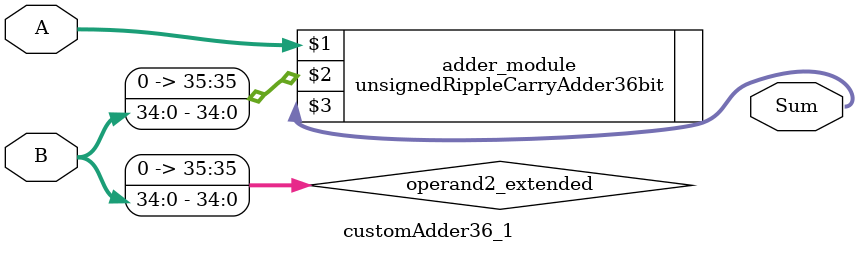
<source format=v>
module customAdder36_1(
                        input [35 : 0] A,
                        input [34 : 0] B,
                        
                        output [36 : 0] Sum
                );

        wire [35 : 0] operand2_extended;
        
        assign operand2_extended =  {1'b0, B};
        
        unsignedRippleCarryAdder36bit adder_module(
            A,
            operand2_extended,
            Sum
        );
        
        endmodule
        
</source>
